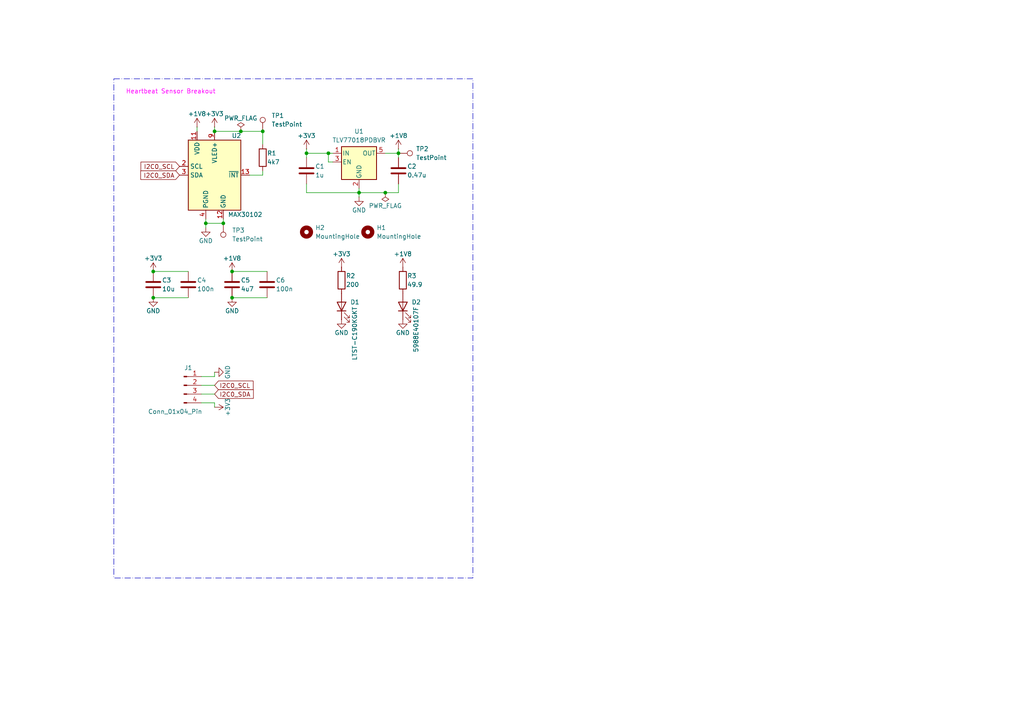
<source format=kicad_sch>
(kicad_sch (version 20250114) (generator "eeschema") (generator_version "9.0")
  (paper "A4")
  (lib_symbols
    (symbol "Connector:Conn_01x04_Pin" (pin_names (offset 1.016) (hide yes))
      (property "Reference" "J" (at 0 5.08 0))
      (property "Value" "Conn_01x04_Pin" (at 0 -7.62 0))
      (symbol "Conn_01x04_Pin_1_1"
        (rectangle (start 0.8636 2.667) (end 0 2.413) (stroke (width 0.1524)) (fill (type outline)))
        (rectangle (start 0.8636 0.127) (end 0 -0.127) (stroke (width 0.1524)) (fill (type outline)))
        (rectangle (start 0.8636 -2.413) (end 0 -2.667) (stroke (width 0.1524)) (fill (type outline)))
        (rectangle (start 0.8636 -4.953) (end 0 -5.207) (stroke (width 0.1524)) (fill (type outline)))
        (polyline (pts (xy 1.27 2.54) (xy 0.8636 2.54)) (stroke (width 0.1524)))
        (polyline (pts (xy 1.27 0) (xy 0.8636 0)) (stroke (width 0.1524)))
        (polyline (pts (xy 1.27 -2.54) (xy 0.8636 -2.54)) (stroke (width 0.1524)))
        (polyline (pts (xy 1.27 -5.08) (xy 0.8636 -5.08)) (stroke (width 0.1524)))
        (pin passive line (at 5.08 2.54 180) (length 3.81) (name "Pin_1") (number "1"))
        (pin passive line (at 5.08 0 180) (length 3.81) (name "Pin_2") (number "2"))
        (pin passive line (at 5.08 -2.54 180) (length 3.81) (name "Pin_3") (number "3"))
        (pin passive line (at 5.08 -5.08 180) (length 3.81) (name "Pin_4") (number "4"))
      )
    )
    (symbol "Connector:TestPoint" (pin_numbers (hide yes)) (pin_names (offset 0.762) (hide yes))
      (property "Reference" "TP" (at 0 6.858 0))
      (property "Value" "TestPoint" (at 0 5.08 0))
      (symbol "TestPoint_0_1"
        (circle (center 0 3.302) (radius 0.762))
      )
      (symbol "TestPoint_1_1"
        (pin passive line (at 0 0 90) (length 2.54) (name "1") (number "1"))
      )
    )
    (symbol "Device:C" (pin_numbers (hide yes)) (pin_names (offset 0.254))
      (property "Reference" "C" (at 0.635 2.54 0))
      (property "Value" "C" (at 0.635 -2.54 0))
      (symbol "C_0_1"
        (polyline (pts (xy -2.032 0.762) (xy 2.032 0.762)) (stroke (width 0.508)))
        (polyline (pts (xy -2.032 -0.762) (xy 2.032 -0.762)) (stroke (width 0.508)))
      )
      (symbol "C_1_1"
        (pin passive line (at 0 3.81 270) (length 2.794) (name "~") (number "1"))
        (pin passive line (at 0 -3.81 90) (length 2.794) (name "~") (number "2"))
      )
    )
    (symbol "Device:LED" (pin_numbers (hide yes)) (pin_names (offset 1.016) (hide yes))
      (property "Reference" "D" (at 0 2.54 0))
      (property "Value" "LED" (at 0 -2.54 0))
      (symbol "LED_0_1"
        (polyline (pts (xy -3.048 -0.762) (xy -4.572 -2.286) (xy -3.81 -2.286) (xy -4.572 -2.286) (xy -4.572 -1.524)))
        (polyline (pts (xy -1.778 -0.762) (xy -3.302 -2.286) (xy -2.54 -2.286) (xy -3.302 -2.286) (xy -3.302 -1.524)))
        (polyline (pts (xy -1.27 0) (xy 1.27 0)))
        (polyline (pts (xy -1.27 -1.27) (xy -1.27 1.27)) (stroke (width 0.254)))
        (polyline (pts (xy 1.27 -1.27) (xy 1.27 1.27) (xy -1.27 0) (xy 1.27 -1.27)) (stroke (width 0.254)))
      )
      (symbol "LED_1_1"
        (pin passive line (at -3.81 0 0) (length 2.54) (name "K") (number "1"))
        (pin passive line (at 3.81 0 180) (length 2.54) (name "A") (number "2"))
      )
    )
    (symbol "Device:R" (pin_numbers (hide yes)) (pin_names (offset 0))
      (property "Reference" "R" (at 2.032 0 90))
      (property "Value" "R" (at 0 0 90))
      (symbol "R_0_1"
        (rectangle (start -1.016 -2.54) (end 1.016 2.54) (stroke (width 0.254)))
      )
      (symbol "R_1_1"
        (pin passive line (at 0 3.81 270) (length 1.27) (name "~") (number "1"))
        (pin passive line (at 0 -3.81 90) (length 1.27) (name "~") (number "2"))
      )
    )
    (symbol "Mechanical:MountingHole" (pin_names (offset 1.016)) (exclude_from_sim yes) (in_bom no)
      (property "Reference" "H" (at 0 5.08 0))
      (property "Value" "MountingHole" (at 0 3.175 0))
      (symbol "MountingHole_0_1"
        (circle (center 0 0) (radius 1.27) (stroke (width 1.27)))
      )
    )
    (symbol "Regulator_Linear:TLV71209_SOT23-5" (pin_names (offset 0.254))
      (property "Reference" "U" (at -3.81 5.715 0))
      (property "Value" "TLV71209_SOT23-5" (at 0 5.715 0))
      (symbol "TLV71209_SOT23-5_0_1"
        (rectangle (start -5.08 4.445) (end 5.08 -5.08) (stroke (width 0.254)) (fill (type background)))
      )
      (symbol "TLV71209_SOT23-5_1_1"
        (pin power_in line (at -7.62 2.54 0) (length 2.54) (name "IN") (number "1"))
        (pin input line (at -7.62 0 0) (length 2.54) (name "EN") (number "3"))
        (pin power_in line (at 0 -7.62 90) (length 2.54) (name "GND") (number "2"))
        (pin no_connect line (at 5.08 0 180) (length 2.54) (hide yes) (name "NC") (number "4"))
        (pin power_out line (at 7.62 2.54 180) (length 2.54) (name "OUT") (number "5"))
      )
    )
    (symbol "Sensor:MAX30102"
      (property "Reference" "U" (at 7.62 15.24 0))
      (property "Value" "MAX30102" (at 7.62 12.7 0))
      (symbol "MAX30102_0_1"
        (rectangle (start -7.62 10.16) (end 7.62 -10.16) (stroke (width 0.254)) (fill (type background)))
      )
      (symbol "MAX30102_1_1"
        (pin input line (at -10.16 2.54 0) (length 2.54) (name "SCL") (number "2"))
        (pin bidirectional line (at -10.16 0 0) (length 2.54) (name "SDA") (number "3"))
        (pin no_connect line (at -7.62 5.08 0) (length 2.54) (hide yes) (name "NC") (number "1"))
        (pin no_connect line (at -7.62 -2.54 0) (length 2.54) (hide yes) (name "NC") (number "7"))
        (pin power_in line (at -5.08 12.7 270) (length 2.54) (name "VDD") (number "11"))
        (pin power_in line (at -2.54 -12.7 90) (length 2.54) (name "PGND") (number "4"))
        (pin passive line (at 0 12.7 270) (length 2.54) (hide yes) (name "VLED+") (number "10"))
        (pin power_in line (at 0 12.7 270) (length 2.54) (name "VLED+") (number "9"))
        (pin power_in line (at 2.54 -12.7 90) (length 2.54) (name "GND") (number "12"))
        (pin no_connect line (at 7.62 5.08 180) (length 2.54) (hide yes) (name "NC") (number "8"))
        (pin no_connect line (at 7.62 2.54 180) (length 2.54) (hide yes) (name "NC") (number "14"))
        (pin no_connect line (at 7.62 -5.08 180) (length 2.54) (hide yes) (name "NC") (number "6"))
        (pin no_connect line (at 7.62 -7.62 180) (length 2.54) (hide yes) (name "NC") (number "5"))
        (pin output line (at 10.16 0 180) (length 2.54) (name "~{INT}") (number "13"))
      )
    )
    (symbol "power:+1V8" (power) (pin_numbers (hide yes)) (pin_names (offset 0) (hide yes))
      (property "Value" "+1V8" (at 0 3.556 0))
      (symbol "+1V8_0_1"
        (polyline (pts (xy -0.762 1.27) (xy 0 2.54)))
        (polyline (pts (xy 0 2.54) (xy 0.762 1.27)))
        (polyline (pts (xy 0 0) (xy 0 2.54)))
      )
      (symbol "+1V8_1_1"
        (pin power_in line (at 0 0 90) (length 0) (name "~") (number "1"))
      )
    )
    (symbol "power:+3V3" (power) (pin_numbers (hide yes)) (pin_names (offset 0) (hide yes))
      (property "Value" "+3V3" (at 0 3.556 0))
      (symbol "+3V3_0_1"
        (polyline (pts (xy -0.762 1.27) (xy 0 2.54)))
        (polyline (pts (xy 0 2.54) (xy 0.762 1.27)))
        (polyline (pts (xy 0 0) (xy 0 2.54)))
      )
      (symbol "+3V3_1_1"
        (pin power_in line (at 0 0 90) (length 0) (name "~") (number "1"))
      )
    )
    (symbol "power:GND" (power) (pin_numbers (hide yes)) (pin_names (offset 0) (hide yes))
      (property "Value" "GND" (at 0 -3.81 0))
      (symbol "GND_0_1"
        (polyline (pts (xy 0 0) (xy 0 -1.27) (xy 1.27 -1.27) (xy 0 -2.54) (xy -1.27 -1.27) (xy 0 -1.27)))
      )
      (symbol "GND_1_1"
        (pin power_in line (at 0 0 270) (length 0) (name "~") (number "1"))
      )
    )
    (symbol "power:PWR_FLAG" (power) (pin_numbers (hide yes)) (pin_names (offset 0) (hide yes))
      (property "Value" "PWR_FLAG" (at 0 3.81 0))
      (symbol "PWR_FLAG_0_0"
        (pin power_out line (at 0 0 90) (length 0) (name "~") (number "1"))
      )
      (symbol "PWR_FLAG_0_1"
        (polyline (pts (xy 0 0) (xy 0 1.27) (xy -1.016 1.905) (xy 0 2.54) (xy 1.016 1.905) (xy 0 1.27)))
      )
    )
  )
  (rectangle (start 33.02 22.86) (end 137.16 167.64) (stroke (width 0) (type dash_dot)))
  (text "Heartbeat Sensor Breakout\n" (at 49.53 26.67 0) (effects (font (size 1.27 1.27))))
  (junction (at 67.31 78.74))
  (junction (at 115.57 44.45))
  (junction (at 88.9 44.45))
  (junction (at 111.76 55.88))
  (junction (at 64.77 64.77))
  (junction (at 67.31 86.36))
  (junction (at 44.45 78.74))
  (junction (at 95.25 44.45))
  (junction (at 44.45 86.36))
  (junction (at 62.23 38.1))
  (junction (at 69.85 38.1))
  (junction (at 104.14 55.88))
  (junction (at 76.2 38.1))
  (junction (at 59.69 64.77))
  (wire (pts (xy 59.69 64.77) (xy 64.77 64.77)))
  (wire (pts (xy 111.76 55.88) (xy 104.14 55.88)))
  (wire (pts (xy 115.57 44.45) (xy 115.57 45.72)))
  (wire (pts (xy 88.9 44.45) (xy 88.9 45.72)))
  (wire (pts (xy 76.2 50.8) (xy 76.2 49.53)))
  (wire (pts (xy 62.23 109.22) (xy 58.42 109.22)))
  (wire (pts (xy 115.57 44.45) (xy 111.76 44.45)))
  (wire (pts (xy 67.31 86.36) (xy 77.47 86.36)))
  (wire (pts (xy 57.15 36.83) (xy 57.15 38.1)))
  (wire (pts (xy 95.25 44.45) (xy 96.52 44.45)))
  (wire (pts (xy 104.14 57.15) (xy 104.14 55.88)))
  (wire (pts (xy 64.77 64.77) (xy 64.77 63.5)))
  (wire (pts (xy 62.23 118.11) (xy 62.23 116.84)))
  (wire (pts (xy 62.23 36.83) (xy 62.23 38.1)))
  (wire (pts (xy 76.2 41.91) (xy 76.2 38.1)))
  (wire (pts (xy 72.39 50.8) (xy 76.2 50.8)))
  (wire (pts (xy 69.85 38.1) (xy 62.23 38.1)))
  (wire (pts (xy 115.57 43.18) (xy 115.57 44.45)))
  (wire (pts (xy 95.25 46.99) (xy 95.25 44.45)))
  (wire (pts (xy 44.45 86.36) (xy 54.61 86.36)))
  (wire (pts (xy 88.9 55.88) (xy 104.14 55.88)))
  (wire (pts (xy 115.57 55.88) (xy 111.76 55.88)))
  (wire (pts (xy 88.9 43.18) (xy 88.9 44.45)))
  (wire (pts (xy 76.2 38.1) (xy 69.85 38.1)))
  (wire (pts (xy 58.42 111.76) (xy 62.23 111.76)))
  (wire (pts (xy 62.23 107.95) (xy 62.23 109.22)))
  (wire (pts (xy 59.69 64.77) (xy 59.69 66.04)))
  (wire (pts (xy 58.42 114.3) (xy 62.23 114.3)))
  (wire (pts (xy 95.25 46.99) (xy 96.52 46.99)))
  (wire (pts (xy 67.31 78.74) (xy 77.47 78.74)))
  (wire (pts (xy 88.9 53.34) (xy 88.9 55.88)))
  (wire (pts (xy 44.45 78.74) (xy 54.61 78.74)))
  (wire (pts (xy 104.14 55.88) (xy 104.14 54.61)))
  (wire (pts (xy 88.9 44.45) (xy 95.25 44.45)))
  (wire (pts (xy 59.69 63.5) (xy 59.69 64.77)))
  (wire (pts (xy 115.57 53.34) (xy 115.57 55.88)))
  (wire (pts (xy 62.23 116.84) (xy 58.42 116.84)))
  (global_label "I2C0_SCL" (shape input) (at 52.07 48.26 180) (property "Intersheetrefs" "${INTERSHEET_REFS}" (effects (hide yes))))
  (global_label "I2C0_SDA" (shape input) (at 52.07 50.8 180) (property "Intersheetrefs" "${INTERSHEET_REFS}" (effects (hide yes))))
  (global_label "I2C0_SCL" (shape input) (at 62.23 111.76 0) (property "Intersheetrefs" "${INTERSHEET_REFS}" (effects (hide yes))))
  (global_label "I2C0_SDA" (shape input) (at 62.23 114.3 0) (property "Intersheetrefs" "${INTERSHEET_REFS}" (effects (hide yes))))
  (symbol (lib_id "Device:R") (at 76.2 45.72 0) (unit 1)
    (property "Reference" "R1" (at 77.47 44.45 0) (effects (justify left)))
    (property "Value" "4k7" (at 77.47 46.99 0) (effects (justify left)))
    (property "Footprint" "Resistor_SMD:R_0603_1608Metric" (effects (hide yes)))
    (property "Description" "Resistor" (effects (hide yes)))
  )
  (symbol (lib_id "power:GND") (at 59.69 66.04 0) (unit 1)
    (property "Reference" "#PWR06" (effects (hide yes)))
    (property "Value" "GND" (at 59.69 69.85 0))
    (property "Description" "Power symbol creates a global label with name \"GND\" , ground" (effects (hide yes)))
  )
  (symbol (lib_id "power:+3V3") (at 44.45 78.74 0) (unit 1)
    (property "Reference" "#PWR09" (effects (hide yes)))
    (property "Value" "+3V3" (at 44.45 74.93 0))
    (property "Description" "Power symbol creates a global label with name \"+3V3\"" (effects (hide yes)))
  )
  (symbol (lib_id "power:GND") (at 99.06 92.71 0) (unit 1)
    (property "Reference" "#PWR013" (effects (hide yes)))
    (property "Value" "GND" (at 99.06 96.52 0))
    (property "Description" "Power symbol creates a global label with name \"GND\" , ground" (effects (hide yes)))
  )
  (symbol (lib_id "Connector:TestPoint") (at 64.77 64.77 180) (unit 1)
    (property "Reference" "TP3" (at 67.31 66.8019 0) (effects (justify right)))
    (property "Value" "TestPoint" (at 67.31 69.3419 0) (effects (justify right)))
    (property "Footprint" "TestPoint:TestPoint_Pad_D1.0mm" (effects (hide yes)))
    (property "Description" "test point" (effects (hide yes)))
  )
  (symbol (lib_id "Device:C") (at 67.31 82.55 0) (unit 1)
    (property "Reference" "C5" (at 69.85 81.28 0) (effects (justify left)))
    (property "Value" "4u7" (at 69.85 83.82 0) (effects (justify left)))
    (property "Footprint" "Capacitor_SMD:C_0603_1608Metric" (effects (hide yes)))
    (property "Description" "Unpolarized capacitor" (effects (hide yes)))
  )
  (symbol (lib_id "Connector:Conn_01x04_Pin") (at 53.34 111.76 0) (unit 1)
    (property "Reference" "J1" (at 54.61 106.68 0))
    (property "Value" "Conn_01x04_Pin" (at 50.8 119.38 0))
    (property "Footprint" "Connector_JST:JST_SH_SM04B-SRSS-TB_1x04-1MP_P1.00mm_Horizontal" (effects (hide yes)))
    (property "Description" "Generic connector, single row, 01x04, script generated" (effects (hide yes)))
  )
  (symbol (lib_id "Regulator_Linear:TLV71209_SOT23-5") (at 104.14 46.99 0) (unit 1)
    (property "Reference" "U1" (at 104.14 38.1 0))
    (property "Value" "TLV77018PDBVR" (at 104.14 40.64 0))
    (property "Footprint" "Package_TO_SOT_SMD:SOT-23-5_HandSoldering" (effects (hide yes)))
    (property "Datasheet" "http://www.ti.com/lit/ds/symlink/tlv712.pdf" (effects (hide yes)))
    (property "Description" "300mA Low Dropout Voltage Regulator, Fixed Output 0.9V, SOT-23-5" (effects (hide yes)))
  )
  (symbol (lib_id "Device:LED") (at 99.06 88.9 90) (unit 1)
    (property "Reference" "D1" (at 101.6 87.63 90) (effects (justify right)))
    (property "Value" "LTST-C190KGKT" (at 102.87 88.9 0) (effects (justify right)))
    (property "Footprint" "LED_SMD:LED_0603_1608Metric" (effects (hide yes)))
    (property "Description" "Light emitting diode" (effects (hide yes)))
    (property "Sim.Pins" "1=K 2=A" (effects (hide yes)))
  )
  (symbol (lib_id "Device:R") (at 116.84 81.28 0) (unit 1)
    (property "Reference" "R3" (at 118.11 80.01 0) (effects (justify left)))
    (property "Value" "49.9" (at 118.11 82.55 0) (effects (justify left)))
    (property "Footprint" "Resistor_SMD:R_0603_1608Metric" (effects (hide yes)))
  )
  (symbol (lib_id "Device:LED") (at 116.84 88.9 90) (unit 1)
    (property "Reference" "D2" (at 119.38 87.63 90) (effects (justify right)))
    (property "Value" "5988E40107F" (at 120.65 88.9 0) (effects (justify right)))
    (property "Footprint" "LED_SMD:LED_0603_1608Metric" (effects (hide yes)))
    (property "Description" "Light emitting diode" (effects (hide yes)))
    (property "Sim.Pins" "1=K 2=A" (effects (hide yes)))
  )
  (symbol (lib_id "power:+3V3") (at 88.9 43.18 0) (unit 1)
    (property "Reference" "#PWR03" (effects (hide yes)))
    (property "Value" "+3V3" (at 88.9 39.37 0))
    (property "Description" "Power symbol creates a global label with name \"+3V3\"" (effects (hide yes)))
  )
  (symbol (lib_id "power:+1V8") (at 67.31 78.74 0) (unit 1)
    (property "Reference" "#PWR010" (effects (hide yes)))
    (property "Value" "+1V8" (at 67.31 74.93 0))
    (property "Description" "Power symbol creates a global label with name \"+1V8\"" (effects (hide yes)))
  )
  (symbol (lib_id "power:+1V8") (at 116.84 77.47 0) (unit 1)
    (property "Reference" "#PWR08" (effects (hide yes)))
    (property "Value" "+1V8" (at 116.84 73.66 0))
    (property "Description" "Power symbol creates a global label with name \"+1V8\"" (effects (hide yes)))
  )
  (symbol (lib_id "power:GND") (at 62.23 107.95 90) (unit 1)
    (property "Reference" "#PWR016" (effects (hide yes)))
    (property "Value" "GND" (at 66.04 107.95 0))
    (property "Description" "Power symbol creates a global label with name \"GND\" , ground" (effects (hide yes)))
  )
  (symbol (lib_id "Connector:TestPoint") (at 115.57 44.45 270) (unit 1)
    (property "Reference" "TP2" (at 120.65 43.1799 90) (effects (justify left)))
    (property "Value" "TestPoint" (at 120.65 45.7199 90) (effects (justify left)))
    (property "Footprint" "TestPoint:TestPoint_Pad_D1.0mm" (effects (hide yes)))
    (property "Description" "test point" (effects (hide yes)))
  )
  (symbol (lib_id "Device:C") (at 77.47 82.55 0) (unit 1)
    (property "Reference" "C6" (at 80.01 81.28 0) (effects (justify left)))
    (property "Value" "100n" (at 80.01 83.82 0) (effects (justify left)))
    (property "Footprint" "Capacitor_SMD:C_0603_1608Metric" (effects (hide yes)))
    (property "Description" "Unpolarized capacitor" (effects (hide yes)))
  )
  (symbol (lib_id "Device:C") (at 115.57 49.53 0) (unit 1)
    (property "Reference" "C2" (at 118.11 48.26 0) (effects (justify left)))
    (property "Value" "0.47u" (at 118.11 50.8 0) (effects (justify left)))
    (property "Footprint" "Capacitor_SMD:C_0603_1608Metric" (effects (hide yes)))
    (property "Description" "Unpolarized capacitor" (effects (hide yes)))
  )
  (symbol (lib_id "power:GND") (at 67.31 86.36 0) (unit 1)
    (property "Reference" "#PWR012" (effects (hide yes)))
    (property "Value" "GND" (at 67.31 90.17 0))
    (property "Description" "Power symbol creates a global label with name \"GND\" , ground" (effects (hide yes)))
  )
  (symbol (lib_id "power:GND") (at 44.45 86.36 0) (unit 1)
    (property "Reference" "#PWR011" (effects (hide yes)))
    (property "Value" "GND" (at 44.45 90.17 0))
    (property "Description" "Power symbol creates a global label with name \"GND\" , ground" (effects (hide yes)))
  )
  (symbol (lib_id "power:+3V3") (at 62.23 118.11 270) (unit 1)
    (property "Reference" "#PWR015" (effects (hide yes)))
    (property "Value" "+3V3" (at 66.04 118.11 0))
    (property "Description" "Power symbol creates a global label with name \"+3V3\"" (effects (hide yes)))
  )
  (symbol (lib_id "Device:R") (at 99.06 81.28 0) (unit 1)
    (property "Reference" "R2" (at 100.33 80.01 0) (effects (justify left)))
    (property "Value" "200" (at 100.33 82.55 0) (effects (justify left)))
    (property "Footprint" "Resistor_SMD:R_0603_1608Metric" (effects (hide yes)))
  )
  (symbol (lib_id "Device:C") (at 88.9 49.53 0) (unit 1)
    (property "Reference" "C1" (at 91.44 48.26 0) (effects (justify left)))
    (property "Value" "1u" (at 91.44 50.8 0) (effects (justify left)))
    (property "Footprint" "Capacitor_SMD:C_0603_1608Metric" (effects (hide yes)))
    (property "Description" "Unpolarized capacitor" (effects (hide yes)))
  )
  (symbol (lib_id "power:PWR_FLAG") (at 69.85 38.1 0) (unit 1)
    (property "Reference" "#FLG01" (effects (hide yes)))
    (property "Value" "PWR_FLAG" (at 69.85 34.29 0))
    (property "Description" "Special symbol for telling ERC where power comes from" (effects (hide yes)))
  )
  (symbol (lib_id "Device:C") (at 54.61 82.55 0) (unit 1)
    (property "Reference" "C4" (at 57.15 81.28 0) (effects (justify left)))
    (property "Value" "100n" (at 57.15 83.82 0) (effects (justify left)))
    (property "Footprint" "Capacitor_SMD:C_0603_1608Metric" (effects (hide yes)))
    (property "Description" "Unpolarized capacitor" (effects (hide yes)))
  )
  (symbol (lib_id "power:+3V3") (at 99.06 77.47 0) (unit 1)
    (property "Reference" "#PWR07" (effects (hide yes)))
    (property "Value" "+3V3" (at 99.06 73.66 0))
    (property "Description" "Power symbol creates a global label with name \"+3V3\"" (effects (hide yes)))
  )
  (symbol (lib_id "Sensor:MAX30102") (at 62.23 50.8 0) (unit 1)
    (property "Reference" "U2" (at 68.58 39.37 0))
    (property "Value" "MAX30102" (at 71.12 62.23 0))
    (property "Footprint" "OptoDevice:Maxim_OLGA-14_3.3x5.6mm_P0.8mm" (effects (hide yes)))
    (property "Datasheet" "https://datasheets.maximintegrated.com/en/ds/MAX30102.pdf" (effects (hide yes)))
    (property "Description" "Heart Rate Sensor, 14-OLGA" (effects (hide yes)))
  )
  (symbol (lib_id "Connector:TestPoint") (at 76.2 38.1 0) (unit 1)
    (property "Reference" "TP1" (at 78.74 33.5279 0) (effects (justify left)))
    (property "Value" "TestPoint" (at 78.74 36.0679 0) (effects (justify left)))
    (property "Footprint" "TestPoint:TestPoint_Pad_D1.0mm" (effects (hide yes)))
    (property "Description" "test point" (effects (hide yes)))
  )
  (symbol (lib_id "Mechanical:MountingHole") (at 88.9 67.31 0) (unit 1) (exclude_from_sim yes) (in_bom no)
    (property "Reference" "H2" (at 91.44 66.0399 0) (effects (justify left)))
    (property "Value" "MountingHole" (at 91.44 68.5799 0) (effects (justify left)))
    (property "Footprint" "MountingHole:MountingHole_2.2mm_M2" (effects (hide yes)))
    (property "Description" "Mounting Hole without connection" (effects (hide yes)))
  )
  (symbol (lib_id "power:GND") (at 116.84 92.71 0) (unit 1)
    (property "Reference" "#PWR014" (effects (hide yes)))
    (property "Value" "GND" (at 116.84 96.52 0))
    (property "Description" "Power symbol creates a global label with name \"GND\" , ground" (effects (hide yes)))
  )
  (symbol (lib_id "Device:C") (at 44.45 82.55 0) (unit 1)
    (property "Reference" "C3" (at 46.99 81.28 0) (effects (justify left)))
    (property "Value" "10u" (at 46.99 83.82 0) (effects (justify left)))
    (property "Footprint" "Capacitor_SMD:C_0603_1608Metric" (effects (hide yes)))
    (property "Description" "Unpolarized capacitor" (effects (hide yes)))
  )
  (symbol (lib_id "Mechanical:MountingHole") (at 106.68 67.31 0) (unit 1) (exclude_from_sim yes) (in_bom no)
    (property "Reference" "H1" (at 109.22 66.0399 0) (effects (justify left)))
    (property "Value" "MountingHole" (at 109.22 68.5799 0) (effects (justify left)))
    (property "Footprint" "MountingHole:MountingHole_2.2mm_M2" (effects (hide yes)))
    (property "Description" "Mounting Hole without connection" (effects (hide yes)))
  )
  (symbol (lib_id "power:PWR_FLAG") (at 111.76 55.88 180) (unit 1)
    (property "Reference" "#FLG02" (effects (hide yes)))
    (property "Value" "PWR_FLAG" (at 111.76 59.69 0))
    (property "Description" "Special symbol for telling ERC where power comes from" (effects (hide yes)))
  )
  (symbol (lib_id "power:+3V3") (at 62.23 36.83 0) (unit 1)
    (property "Reference" "#PWR02" (effects (hide yes)))
    (property "Value" "+3V3" (at 62.23 33.02 0))
    (property "Description" "Power symbol creates a global label with name \"+3V3\"" (effects (hide yes)))
  )
  (symbol (lib_id "power:GND") (at 104.14 57.15 0) (unit 1)
    (property "Reference" "#PWR05" (effects (hide yes)))
    (property "Value" "GND" (at 104.14 60.96 0))
    (property "Description" "Power symbol creates a global label with name \"GND\" , ground" (effects (hide yes)))
  )
  (symbol (lib_id "power:+1V8") (at 57.15 36.83 0) (unit 1)
    (property "Reference" "#PWR01" (effects (hide yes)))
    (property "Value" "+1V8" (at 57.15 33.02 0))
    (property "Description" "Power symbol creates a global label with name \"+1V8\"" (effects (hide yes)))
  )
  (symbol (lib_id "power:+1V8") (at 115.57 43.18 0) (unit 1)
    (property "Reference" "#PWR04" (effects (hide yes)))
    (property "Value" "+1V8" (at 115.57 39.37 0))
    (property "Description" "Power symbol creates a global label with name \"+1V8\"" (effects (hide yes)))
  )
)
</source>
